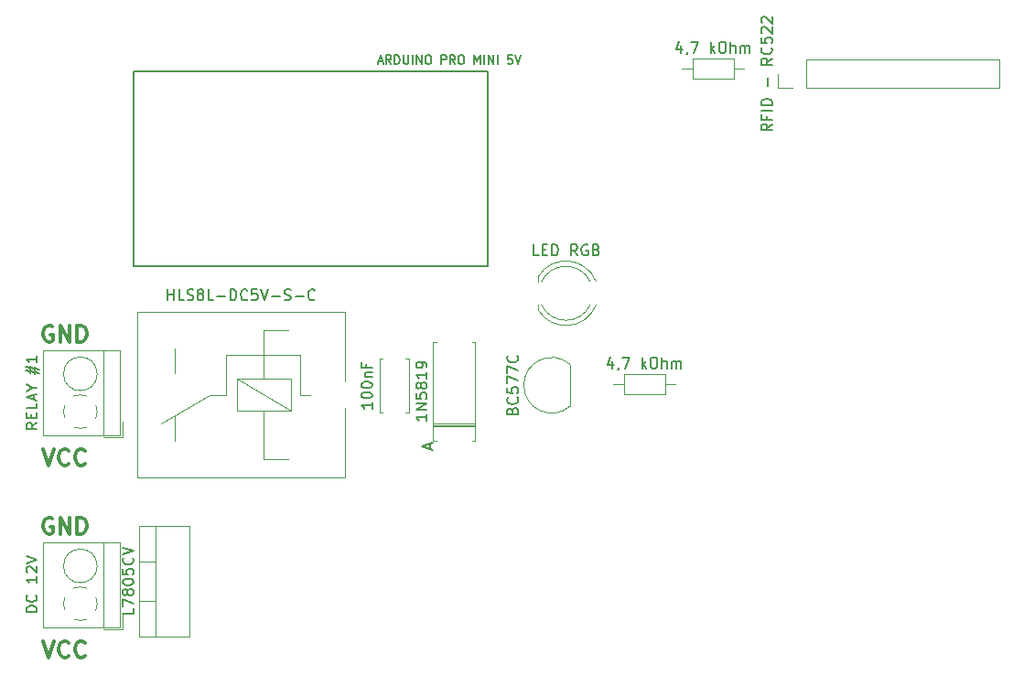
<source format=gbr>
G04 #@! TF.GenerationSoftware,KiCad,Pcbnew,(5.1.6)-1*
G04 #@! TF.CreationDate,2020-06-07T17:55:02+02:00*
G04 #@! TF.ProjectId,BOTLAND-2-KONTROLA-DOSTEPU,424f544c-414e-4442-9d32-2d4b4f4e5452,rev?*
G04 #@! TF.SameCoordinates,Original*
G04 #@! TF.FileFunction,Legend,Top*
G04 #@! TF.FilePolarity,Positive*
%FSLAX46Y46*%
G04 Gerber Fmt 4.6, Leading zero omitted, Abs format (unit mm)*
G04 Created by KiCad (PCBNEW (5.1.6)-1) date 2020-06-07 17:55:02*
%MOMM*%
%LPD*%
G01*
G04 APERTURE LIST*
%ADD10C,0.300000*%
%ADD11C,0.120000*%
%ADD12C,0.150000*%
%ADD13C,0.160000*%
G04 APERTURE END LIST*
D10*
X24670000Y-136338571D02*
X25170000Y-137838571D01*
X25670000Y-136338571D01*
X27027142Y-137695714D02*
X26955714Y-137767142D01*
X26741428Y-137838571D01*
X26598571Y-137838571D01*
X26384285Y-137767142D01*
X26241428Y-137624285D01*
X26170000Y-137481428D01*
X26098571Y-137195714D01*
X26098571Y-136981428D01*
X26170000Y-136695714D01*
X26241428Y-136552857D01*
X26384285Y-136410000D01*
X26598571Y-136338571D01*
X26741428Y-136338571D01*
X26955714Y-136410000D01*
X27027142Y-136481428D01*
X28527142Y-137695714D02*
X28455714Y-137767142D01*
X28241428Y-137838571D01*
X28098571Y-137838571D01*
X27884285Y-137767142D01*
X27741428Y-137624285D01*
X27670000Y-137481428D01*
X27598571Y-137195714D01*
X27598571Y-136981428D01*
X27670000Y-136695714D01*
X27741428Y-136552857D01*
X27884285Y-136410000D01*
X28098571Y-136338571D01*
X28241428Y-136338571D01*
X28455714Y-136410000D01*
X28527142Y-136481428D01*
X25527142Y-124980000D02*
X25384285Y-124908571D01*
X25170000Y-124908571D01*
X24955714Y-124980000D01*
X24812857Y-125122857D01*
X24741428Y-125265714D01*
X24670000Y-125551428D01*
X24670000Y-125765714D01*
X24741428Y-126051428D01*
X24812857Y-126194285D01*
X24955714Y-126337142D01*
X25170000Y-126408571D01*
X25312857Y-126408571D01*
X25527142Y-126337142D01*
X25598571Y-126265714D01*
X25598571Y-125765714D01*
X25312857Y-125765714D01*
X26241428Y-126408571D02*
X26241428Y-124908571D01*
X27098571Y-126408571D01*
X27098571Y-124908571D01*
X27812857Y-126408571D02*
X27812857Y-124908571D01*
X28170000Y-124908571D01*
X28384285Y-124980000D01*
X28527142Y-125122857D01*
X28598571Y-125265714D01*
X28670000Y-125551428D01*
X28670000Y-125765714D01*
X28598571Y-126051428D01*
X28527142Y-126194285D01*
X28384285Y-126337142D01*
X28170000Y-126408571D01*
X27812857Y-126408571D01*
X25527142Y-142760000D02*
X25384285Y-142688571D01*
X25170000Y-142688571D01*
X24955714Y-142760000D01*
X24812857Y-142902857D01*
X24741428Y-143045714D01*
X24670000Y-143331428D01*
X24670000Y-143545714D01*
X24741428Y-143831428D01*
X24812857Y-143974285D01*
X24955714Y-144117142D01*
X25170000Y-144188571D01*
X25312857Y-144188571D01*
X25527142Y-144117142D01*
X25598571Y-144045714D01*
X25598571Y-143545714D01*
X25312857Y-143545714D01*
X26241428Y-144188571D02*
X26241428Y-142688571D01*
X27098571Y-144188571D01*
X27098571Y-142688571D01*
X27812857Y-144188571D02*
X27812857Y-142688571D01*
X28170000Y-142688571D01*
X28384285Y-142760000D01*
X28527142Y-142902857D01*
X28598571Y-143045714D01*
X28670000Y-143331428D01*
X28670000Y-143545714D01*
X28598571Y-143831428D01*
X28527142Y-143974285D01*
X28384285Y-144117142D01*
X28170000Y-144188571D01*
X27812857Y-144188571D01*
X24670000Y-154118571D02*
X25170000Y-155618571D01*
X25670000Y-154118571D01*
X27027142Y-155475714D02*
X26955714Y-155547142D01*
X26741428Y-155618571D01*
X26598571Y-155618571D01*
X26384285Y-155547142D01*
X26241428Y-155404285D01*
X26170000Y-155261428D01*
X26098571Y-154975714D01*
X26098571Y-154761428D01*
X26170000Y-154475714D01*
X26241428Y-154332857D01*
X26384285Y-154190000D01*
X26598571Y-154118571D01*
X26741428Y-154118571D01*
X26955714Y-154190000D01*
X27027142Y-154261428D01*
X28527142Y-155475714D02*
X28455714Y-155547142D01*
X28241428Y-155618571D01*
X28098571Y-155618571D01*
X27884285Y-155547142D01*
X27741428Y-155404285D01*
X27670000Y-155261428D01*
X27598571Y-154975714D01*
X27598571Y-154761428D01*
X27670000Y-154475714D01*
X27741428Y-154332857D01*
X27884285Y-154190000D01*
X28098571Y-154118571D01*
X28241428Y-154118571D01*
X28455714Y-154190000D01*
X28527142Y-154261428D01*
D11*
X89524640Y-101112320D02*
X88574640Y-101112320D01*
X83784640Y-101112320D02*
X84734640Y-101112320D01*
X88574640Y-100192320D02*
X84734640Y-100192320D01*
X88574640Y-102032320D02*
X88574640Y-100192320D01*
X84734640Y-102032320D02*
X88574640Y-102032320D01*
X84734640Y-100192320D02*
X84734640Y-102032320D01*
X92650000Y-102930000D02*
X92650000Y-101600000D01*
X93980000Y-102930000D02*
X92650000Y-102930000D01*
X95250000Y-102930000D02*
X95250000Y-100270000D01*
X95250000Y-100270000D02*
X113090000Y-100270000D01*
X95250000Y-102930000D02*
X113090000Y-102930000D01*
X113090000Y-102930000D02*
X113090000Y-100270000D01*
X70465000Y-123000000D02*
X70465000Y-123465000D01*
X70465000Y-120375000D02*
X70465000Y-120840000D01*
X75279479Y-123000429D02*
G75*
G02*
X70770316Y-123000000I-2254479J1080429D01*
G01*
X75279479Y-120839571D02*
G75*
G03*
X70770316Y-120840000I-2254479J-1080429D01*
G01*
X75812815Y-123000827D02*
G75*
G02*
X70465000Y-123464830I-2787815J1080827D01*
G01*
X75812815Y-120839173D02*
G75*
G03*
X70465000Y-120375170I-2787815J-1080827D01*
G01*
D12*
X65786000Y-119380000D02*
X33020000Y-119380000D01*
X33020000Y-101346000D02*
X65786000Y-101346000D01*
X65786000Y-119380000D02*
X65786000Y-101346000D01*
X33020000Y-101346000D02*
X33020000Y-119380000D01*
D11*
X29657560Y-147157560D02*
G75*
G03*
X29657560Y-147157560I-1555000J0D01*
G01*
X30202560Y-152817560D02*
X30202560Y-144997560D01*
X24642560Y-152817560D02*
X24642560Y-144997560D01*
X31762560Y-152817560D02*
X31762560Y-144997560D01*
X24642560Y-152817560D02*
X31762560Y-152817560D01*
X24642560Y-144997560D02*
X31762560Y-144997560D01*
X30262560Y-153057560D02*
X32002560Y-153057560D01*
X32002560Y-153057560D02*
X32002560Y-151557560D01*
X29658052Y-150630549D02*
G75*
G02*
X29534560Y-151265560I-1555492J-27011D01*
G01*
X28710302Y-152089669D02*
G75*
G02*
X27494560Y-152089560I-607742J1432109D01*
G01*
X26670451Y-151265302D02*
G75*
G02*
X26670560Y-150049560I1432109J607742D01*
G01*
X27494818Y-149225451D02*
G75*
G02*
X28710560Y-149225560I607742J-1432109D01*
G01*
X29533945Y-150049973D02*
G75*
G02*
X29657560Y-150657560I-1431385J-607587D01*
G01*
X33560000Y-146739000D02*
X35070000Y-146739000D01*
X33560000Y-150440000D02*
X35070000Y-150440000D01*
X35070000Y-153710000D02*
X35070000Y-143470000D01*
X33560000Y-143470000D02*
X38201000Y-143470000D01*
X33560000Y-153710000D02*
X38201000Y-153710000D01*
X38201000Y-153710000D02*
X38201000Y-143470000D01*
X33560000Y-153710000D02*
X33560000Y-143470000D01*
X83174640Y-130322320D02*
X82224640Y-130322320D01*
X77434640Y-130322320D02*
X78384640Y-130322320D01*
X82224640Y-129402320D02*
X78384640Y-129402320D01*
X82224640Y-131242320D02*
X82224640Y-129402320D01*
X78384640Y-131242320D02*
X82224640Y-131242320D01*
X78384640Y-129402320D02*
X78384640Y-131242320D01*
X73409280Y-132377880D02*
X73409280Y-128527880D01*
X73399402Y-128489269D02*
G75*
G03*
X73409280Y-132377880I-1690122J-1948611D01*
G01*
X29657560Y-129377560D02*
G75*
G03*
X29657560Y-129377560I-1555000J0D01*
G01*
X30202560Y-135037560D02*
X30202560Y-127217560D01*
X24642560Y-135037560D02*
X24642560Y-127217560D01*
X31762560Y-135037560D02*
X31762560Y-127217560D01*
X24642560Y-135037560D02*
X31762560Y-135037560D01*
X24642560Y-127217560D02*
X31762560Y-127217560D01*
X30262560Y-135277560D02*
X32002560Y-135277560D01*
X32002560Y-135277560D02*
X32002560Y-133777560D01*
X29533945Y-132269973D02*
G75*
G02*
X29657560Y-132877560I-1431385J-607587D01*
G01*
X27494818Y-131445451D02*
G75*
G02*
X28710560Y-131445560I607742J-1432109D01*
G01*
X26670451Y-133485302D02*
G75*
G02*
X26670560Y-132269560I1432109J607742D01*
G01*
X28710302Y-134309669D02*
G75*
G02*
X27494560Y-134309560I-607742J1432109D01*
G01*
X29658052Y-132850549D02*
G75*
G02*
X29534560Y-133485560I-1555492J-27011D01*
G01*
X61037040Y-135557800D02*
X60707040Y-135557800D01*
X60707040Y-135557800D02*
X60707040Y-126417800D01*
X60707040Y-126417800D02*
X61037040Y-126417800D01*
X64317040Y-135557800D02*
X64647040Y-135557800D01*
X64647040Y-135557800D02*
X64647040Y-126417800D01*
X64647040Y-126417800D02*
X64317040Y-126417800D01*
X60707040Y-134102800D02*
X64647040Y-134102800D01*
X60707040Y-133982800D02*
X64647040Y-133982800D01*
X60707040Y-134222800D02*
X64647040Y-134222800D01*
X55769840Y-132944080D02*
X55769840Y-128004080D01*
X58509840Y-132944080D02*
X58509840Y-128004080D01*
X55769840Y-132944080D02*
X56084840Y-132944080D01*
X58194840Y-132944080D02*
X58509840Y-132944080D01*
X55769840Y-128004080D02*
X56084840Y-128004080D01*
X58194840Y-128004080D02*
X58509840Y-128004080D01*
X52559080Y-130107840D02*
X52559080Y-123607840D01*
X52559080Y-139007840D02*
X52559080Y-132507840D01*
X52559080Y-139007840D02*
X33359080Y-139007840D01*
X33359080Y-139007840D02*
X33359080Y-123607840D01*
X33359080Y-123607840D02*
X52559080Y-123607840D01*
X36859080Y-127007840D02*
X36859080Y-129307840D01*
X36859080Y-135607840D02*
X36859080Y-133307840D01*
X47359080Y-125307840D02*
X45059080Y-125307840D01*
X48459080Y-131307840D02*
X49359080Y-131307840D01*
X45059080Y-137307840D02*
X47359080Y-137307840D01*
X41559080Y-131307840D02*
X40059080Y-131307840D01*
X40059080Y-131307840D02*
X35559080Y-134007840D01*
X41559080Y-127607840D02*
X48459080Y-127607840D01*
X41559080Y-131307840D02*
X41559080Y-127607840D01*
X48459080Y-131307840D02*
X48459080Y-127607840D01*
X45059080Y-137307840D02*
X45059080Y-132807840D01*
X45059080Y-129807840D02*
X45059080Y-125307840D01*
X42559080Y-129807840D02*
X47559080Y-132807840D01*
X47559080Y-129807840D02*
X47559080Y-132807840D01*
X47559080Y-132807840D02*
X42559080Y-132807840D01*
X42559080Y-132807840D02*
X42559080Y-129807840D01*
X42559080Y-129807840D02*
X47559080Y-129807840D01*
D12*
X83702259Y-98978034D02*
X83702259Y-99644700D01*
X83464163Y-98597081D02*
X83226068Y-99311367D01*
X83845116Y-99311367D01*
X84273687Y-99597081D02*
X84273687Y-99644700D01*
X84226068Y-99739939D01*
X84178449Y-99787558D01*
X84607020Y-98644700D02*
X85273687Y-98644700D01*
X84845116Y-99644700D01*
X86416544Y-99644700D02*
X86416544Y-98644700D01*
X86511782Y-99263748D02*
X86797497Y-99644700D01*
X86797497Y-98978034D02*
X86416544Y-99358986D01*
X87416544Y-98644700D02*
X87607020Y-98644700D01*
X87702259Y-98692320D01*
X87797497Y-98787558D01*
X87845116Y-98978034D01*
X87845116Y-99311367D01*
X87797497Y-99501843D01*
X87702259Y-99597081D01*
X87607020Y-99644700D01*
X87416544Y-99644700D01*
X87321306Y-99597081D01*
X87226068Y-99501843D01*
X87178449Y-99311367D01*
X87178449Y-98978034D01*
X87226068Y-98787558D01*
X87321306Y-98692320D01*
X87416544Y-98644700D01*
X88273687Y-99644700D02*
X88273687Y-98644700D01*
X88702259Y-99644700D02*
X88702259Y-99120891D01*
X88654640Y-99025653D01*
X88559401Y-98978034D01*
X88416544Y-98978034D01*
X88321306Y-99025653D01*
X88273687Y-99073272D01*
X89178449Y-99644700D02*
X89178449Y-98978034D01*
X89178449Y-99073272D02*
X89226068Y-99025653D01*
X89321306Y-98978034D01*
X89464163Y-98978034D01*
X89559401Y-99025653D01*
X89607020Y-99120891D01*
X89607020Y-99644700D01*
X89607020Y-99120891D02*
X89654640Y-99025653D01*
X89749878Y-98978034D01*
X89892735Y-98978034D01*
X89987973Y-99025653D01*
X90035592Y-99120891D01*
X90035592Y-99644700D01*
X92102380Y-106266666D02*
X91626190Y-106600000D01*
X92102380Y-106838095D02*
X91102380Y-106838095D01*
X91102380Y-106457142D01*
X91150000Y-106361904D01*
X91197619Y-106314285D01*
X91292857Y-106266666D01*
X91435714Y-106266666D01*
X91530952Y-106314285D01*
X91578571Y-106361904D01*
X91626190Y-106457142D01*
X91626190Y-106838095D01*
X91578571Y-105504761D02*
X91578571Y-105838095D01*
X92102380Y-105838095D02*
X91102380Y-105838095D01*
X91102380Y-105361904D01*
X92102380Y-104980952D02*
X91102380Y-104980952D01*
X92102380Y-104504761D02*
X91102380Y-104504761D01*
X91102380Y-104266666D01*
X91150000Y-104123809D01*
X91245238Y-104028571D01*
X91340476Y-103980952D01*
X91530952Y-103933333D01*
X91673809Y-103933333D01*
X91864285Y-103980952D01*
X91959523Y-104028571D01*
X92054761Y-104123809D01*
X92102380Y-104266666D01*
X92102380Y-104504761D01*
X91721428Y-102742857D02*
X91721428Y-101980952D01*
X92102380Y-100171428D02*
X91626190Y-100504761D01*
X92102380Y-100742857D02*
X91102380Y-100742857D01*
X91102380Y-100361904D01*
X91150000Y-100266666D01*
X91197619Y-100219047D01*
X91292857Y-100171428D01*
X91435714Y-100171428D01*
X91530952Y-100219047D01*
X91578571Y-100266666D01*
X91626190Y-100361904D01*
X91626190Y-100742857D01*
X92007142Y-99171428D02*
X92054761Y-99219047D01*
X92102380Y-99361904D01*
X92102380Y-99457142D01*
X92054761Y-99600000D01*
X91959523Y-99695238D01*
X91864285Y-99742857D01*
X91673809Y-99790476D01*
X91530952Y-99790476D01*
X91340476Y-99742857D01*
X91245238Y-99695238D01*
X91150000Y-99600000D01*
X91102380Y-99457142D01*
X91102380Y-99361904D01*
X91150000Y-99219047D01*
X91197619Y-99171428D01*
X91102380Y-98266666D02*
X91102380Y-98742857D01*
X91578571Y-98790476D01*
X91530952Y-98742857D01*
X91483333Y-98647619D01*
X91483333Y-98409523D01*
X91530952Y-98314285D01*
X91578571Y-98266666D01*
X91673809Y-98219047D01*
X91911904Y-98219047D01*
X92007142Y-98266666D01*
X92054761Y-98314285D01*
X92102380Y-98409523D01*
X92102380Y-98647619D01*
X92054761Y-98742857D01*
X92007142Y-98790476D01*
X91197619Y-97838095D02*
X91150000Y-97790476D01*
X91102380Y-97695238D01*
X91102380Y-97457142D01*
X91150000Y-97361904D01*
X91197619Y-97314285D01*
X91292857Y-97266666D01*
X91388095Y-97266666D01*
X91530952Y-97314285D01*
X92102380Y-97885714D01*
X92102380Y-97266666D01*
X91197619Y-96885714D02*
X91150000Y-96838095D01*
X91102380Y-96742857D01*
X91102380Y-96504761D01*
X91150000Y-96409523D01*
X91197619Y-96361904D01*
X91292857Y-96314285D01*
X91388095Y-96314285D01*
X91530952Y-96361904D01*
X92102380Y-96933333D01*
X92102380Y-96314285D01*
X70501190Y-118412380D02*
X70025000Y-118412380D01*
X70025000Y-117412380D01*
X70834523Y-117888571D02*
X71167857Y-117888571D01*
X71310714Y-118412380D02*
X70834523Y-118412380D01*
X70834523Y-117412380D01*
X71310714Y-117412380D01*
X71739285Y-118412380D02*
X71739285Y-117412380D01*
X71977380Y-117412380D01*
X72120238Y-117460000D01*
X72215476Y-117555238D01*
X72263095Y-117650476D01*
X72310714Y-117840952D01*
X72310714Y-117983809D01*
X72263095Y-118174285D01*
X72215476Y-118269523D01*
X72120238Y-118364761D01*
X71977380Y-118412380D01*
X71739285Y-118412380D01*
X74072619Y-118412380D02*
X73739285Y-117936190D01*
X73501190Y-118412380D02*
X73501190Y-117412380D01*
X73882142Y-117412380D01*
X73977380Y-117460000D01*
X74025000Y-117507619D01*
X74072619Y-117602857D01*
X74072619Y-117745714D01*
X74025000Y-117840952D01*
X73977380Y-117888571D01*
X73882142Y-117936190D01*
X73501190Y-117936190D01*
X75025000Y-117460000D02*
X74929761Y-117412380D01*
X74786904Y-117412380D01*
X74644047Y-117460000D01*
X74548809Y-117555238D01*
X74501190Y-117650476D01*
X74453571Y-117840952D01*
X74453571Y-117983809D01*
X74501190Y-118174285D01*
X74548809Y-118269523D01*
X74644047Y-118364761D01*
X74786904Y-118412380D01*
X74882142Y-118412380D01*
X75025000Y-118364761D01*
X75072619Y-118317142D01*
X75072619Y-117983809D01*
X74882142Y-117983809D01*
X75834523Y-117888571D02*
X75977380Y-117936190D01*
X76025000Y-117983809D01*
X76072619Y-118079047D01*
X76072619Y-118221904D01*
X76025000Y-118317142D01*
X75977380Y-118364761D01*
X75882142Y-118412380D01*
X75501190Y-118412380D01*
X75501190Y-117412380D01*
X75834523Y-117412380D01*
X75929761Y-117460000D01*
X75977380Y-117507619D01*
X76025000Y-117602857D01*
X76025000Y-117698095D01*
X75977380Y-117793333D01*
X75929761Y-117840952D01*
X75834523Y-117888571D01*
X75501190Y-117888571D01*
D13*
X55677619Y-100463333D02*
X56058571Y-100463333D01*
X55601428Y-100691904D02*
X55868095Y-99891904D01*
X56134761Y-100691904D01*
X56858571Y-100691904D02*
X56591904Y-100310952D01*
X56401428Y-100691904D02*
X56401428Y-99891904D01*
X56706190Y-99891904D01*
X56782380Y-99930000D01*
X56820476Y-99968095D01*
X56858571Y-100044285D01*
X56858571Y-100158571D01*
X56820476Y-100234761D01*
X56782380Y-100272857D01*
X56706190Y-100310952D01*
X56401428Y-100310952D01*
X57201428Y-100691904D02*
X57201428Y-99891904D01*
X57391904Y-99891904D01*
X57506190Y-99930000D01*
X57582380Y-100006190D01*
X57620476Y-100082380D01*
X57658571Y-100234761D01*
X57658571Y-100349047D01*
X57620476Y-100501428D01*
X57582380Y-100577619D01*
X57506190Y-100653809D01*
X57391904Y-100691904D01*
X57201428Y-100691904D01*
X58001428Y-99891904D02*
X58001428Y-100539523D01*
X58039523Y-100615714D01*
X58077619Y-100653809D01*
X58153809Y-100691904D01*
X58306190Y-100691904D01*
X58382380Y-100653809D01*
X58420476Y-100615714D01*
X58458571Y-100539523D01*
X58458571Y-99891904D01*
X58839523Y-100691904D02*
X58839523Y-99891904D01*
X59220476Y-100691904D02*
X59220476Y-99891904D01*
X59677619Y-100691904D01*
X59677619Y-99891904D01*
X60210952Y-99891904D02*
X60363333Y-99891904D01*
X60439523Y-99930000D01*
X60515714Y-100006190D01*
X60553809Y-100158571D01*
X60553809Y-100425238D01*
X60515714Y-100577619D01*
X60439523Y-100653809D01*
X60363333Y-100691904D01*
X60210952Y-100691904D01*
X60134761Y-100653809D01*
X60058571Y-100577619D01*
X60020476Y-100425238D01*
X60020476Y-100158571D01*
X60058571Y-100006190D01*
X60134761Y-99930000D01*
X60210952Y-99891904D01*
X61506190Y-100691904D02*
X61506190Y-99891904D01*
X61810952Y-99891904D01*
X61887142Y-99930000D01*
X61925238Y-99968095D01*
X61963333Y-100044285D01*
X61963333Y-100158571D01*
X61925238Y-100234761D01*
X61887142Y-100272857D01*
X61810952Y-100310952D01*
X61506190Y-100310952D01*
X62763333Y-100691904D02*
X62496666Y-100310952D01*
X62306190Y-100691904D02*
X62306190Y-99891904D01*
X62610952Y-99891904D01*
X62687142Y-99930000D01*
X62725238Y-99968095D01*
X62763333Y-100044285D01*
X62763333Y-100158571D01*
X62725238Y-100234761D01*
X62687142Y-100272857D01*
X62610952Y-100310952D01*
X62306190Y-100310952D01*
X63258571Y-99891904D02*
X63410952Y-99891904D01*
X63487142Y-99930000D01*
X63563333Y-100006190D01*
X63601428Y-100158571D01*
X63601428Y-100425238D01*
X63563333Y-100577619D01*
X63487142Y-100653809D01*
X63410952Y-100691904D01*
X63258571Y-100691904D01*
X63182380Y-100653809D01*
X63106190Y-100577619D01*
X63068095Y-100425238D01*
X63068095Y-100158571D01*
X63106190Y-100006190D01*
X63182380Y-99930000D01*
X63258571Y-99891904D01*
X64553809Y-100691904D02*
X64553809Y-99891904D01*
X64820476Y-100463333D01*
X65087142Y-99891904D01*
X65087142Y-100691904D01*
X65468095Y-100691904D02*
X65468095Y-99891904D01*
X65849047Y-100691904D02*
X65849047Y-99891904D01*
X66306190Y-100691904D01*
X66306190Y-99891904D01*
X66687142Y-100691904D02*
X66687142Y-99891904D01*
X68058571Y-99891904D02*
X67677619Y-99891904D01*
X67639523Y-100272857D01*
X67677619Y-100234761D01*
X67753809Y-100196666D01*
X67944285Y-100196666D01*
X68020476Y-100234761D01*
X68058571Y-100272857D01*
X68096666Y-100349047D01*
X68096666Y-100539523D01*
X68058571Y-100615714D01*
X68020476Y-100653809D01*
X67944285Y-100691904D01*
X67753809Y-100691904D01*
X67677619Y-100653809D01*
X67639523Y-100615714D01*
X68325238Y-99891904D02*
X68591904Y-100691904D01*
X68858571Y-99891904D01*
D12*
X24094940Y-151431369D02*
X23094940Y-151431369D01*
X23094940Y-151193274D01*
X23142560Y-151050417D01*
X23237798Y-150955179D01*
X23333036Y-150907560D01*
X23523512Y-150859940D01*
X23666369Y-150859940D01*
X23856845Y-150907560D01*
X23952083Y-150955179D01*
X24047321Y-151050417D01*
X24094940Y-151193274D01*
X24094940Y-151431369D01*
X23999702Y-149859940D02*
X24047321Y-149907560D01*
X24094940Y-150050417D01*
X24094940Y-150145655D01*
X24047321Y-150288512D01*
X23952083Y-150383750D01*
X23856845Y-150431369D01*
X23666369Y-150478988D01*
X23523512Y-150478988D01*
X23333036Y-150431369D01*
X23237798Y-150383750D01*
X23142560Y-150288512D01*
X23094940Y-150145655D01*
X23094940Y-150050417D01*
X23142560Y-149907560D01*
X23190179Y-149859940D01*
X24094940Y-148145655D02*
X24094940Y-148717083D01*
X24094940Y-148431369D02*
X23094940Y-148431369D01*
X23237798Y-148526607D01*
X23333036Y-148621845D01*
X23380655Y-148717083D01*
X23190179Y-147764702D02*
X23142560Y-147717083D01*
X23094940Y-147621845D01*
X23094940Y-147383750D01*
X23142560Y-147288512D01*
X23190179Y-147240893D01*
X23285417Y-147193274D01*
X23380655Y-147193274D01*
X23523512Y-147240893D01*
X24094940Y-147812321D01*
X24094940Y-147193274D01*
X23094940Y-146907560D02*
X24094940Y-146574226D01*
X23094940Y-146240893D01*
X33012380Y-151113809D02*
X33012380Y-151590000D01*
X32012380Y-151590000D01*
X32012380Y-150875714D02*
X32012380Y-150209047D01*
X33012380Y-150637619D01*
X32440952Y-149685238D02*
X32393333Y-149780476D01*
X32345714Y-149828095D01*
X32250476Y-149875714D01*
X32202857Y-149875714D01*
X32107619Y-149828095D01*
X32060000Y-149780476D01*
X32012380Y-149685238D01*
X32012380Y-149494761D01*
X32060000Y-149399523D01*
X32107619Y-149351904D01*
X32202857Y-149304285D01*
X32250476Y-149304285D01*
X32345714Y-149351904D01*
X32393333Y-149399523D01*
X32440952Y-149494761D01*
X32440952Y-149685238D01*
X32488571Y-149780476D01*
X32536190Y-149828095D01*
X32631428Y-149875714D01*
X32821904Y-149875714D01*
X32917142Y-149828095D01*
X32964761Y-149780476D01*
X33012380Y-149685238D01*
X33012380Y-149494761D01*
X32964761Y-149399523D01*
X32917142Y-149351904D01*
X32821904Y-149304285D01*
X32631428Y-149304285D01*
X32536190Y-149351904D01*
X32488571Y-149399523D01*
X32440952Y-149494761D01*
X32012380Y-148685238D02*
X32012380Y-148590000D01*
X32060000Y-148494761D01*
X32107619Y-148447142D01*
X32202857Y-148399523D01*
X32393333Y-148351904D01*
X32631428Y-148351904D01*
X32821904Y-148399523D01*
X32917142Y-148447142D01*
X32964761Y-148494761D01*
X33012380Y-148590000D01*
X33012380Y-148685238D01*
X32964761Y-148780476D01*
X32917142Y-148828095D01*
X32821904Y-148875714D01*
X32631428Y-148923333D01*
X32393333Y-148923333D01*
X32202857Y-148875714D01*
X32107619Y-148828095D01*
X32060000Y-148780476D01*
X32012380Y-148685238D01*
X32012380Y-147447142D02*
X32012380Y-147923333D01*
X32488571Y-147970952D01*
X32440952Y-147923333D01*
X32393333Y-147828095D01*
X32393333Y-147590000D01*
X32440952Y-147494761D01*
X32488571Y-147447142D01*
X32583809Y-147399523D01*
X32821904Y-147399523D01*
X32917142Y-147447142D01*
X32964761Y-147494761D01*
X33012380Y-147590000D01*
X33012380Y-147828095D01*
X32964761Y-147923333D01*
X32917142Y-147970952D01*
X32917142Y-146399523D02*
X32964761Y-146447142D01*
X33012380Y-146590000D01*
X33012380Y-146685238D01*
X32964761Y-146828095D01*
X32869523Y-146923333D01*
X32774285Y-146970952D01*
X32583809Y-147018571D01*
X32440952Y-147018571D01*
X32250476Y-146970952D01*
X32155238Y-146923333D01*
X32060000Y-146828095D01*
X32012380Y-146685238D01*
X32012380Y-146590000D01*
X32060000Y-146447142D01*
X32107619Y-146399523D01*
X32012380Y-146113809D02*
X33012380Y-145780476D01*
X32012380Y-145447142D01*
X77352259Y-128188034D02*
X77352259Y-128854700D01*
X77114163Y-127807081D02*
X76876068Y-128521367D01*
X77495116Y-128521367D01*
X77923687Y-128807081D02*
X77923687Y-128854700D01*
X77876068Y-128949939D01*
X77828449Y-128997558D01*
X78257020Y-127854700D02*
X78923687Y-127854700D01*
X78495116Y-128854700D01*
X80066544Y-128854700D02*
X80066544Y-127854700D01*
X80161782Y-128473748D02*
X80447497Y-128854700D01*
X80447497Y-128188034D02*
X80066544Y-128568986D01*
X81066544Y-127854700D02*
X81257020Y-127854700D01*
X81352259Y-127902320D01*
X81447497Y-127997558D01*
X81495116Y-128188034D01*
X81495116Y-128521367D01*
X81447497Y-128711843D01*
X81352259Y-128807081D01*
X81257020Y-128854700D01*
X81066544Y-128854700D01*
X80971306Y-128807081D01*
X80876068Y-128711843D01*
X80828449Y-128521367D01*
X80828449Y-128188034D01*
X80876068Y-127997558D01*
X80971306Y-127902320D01*
X81066544Y-127854700D01*
X81923687Y-128854700D02*
X81923687Y-127854700D01*
X82352259Y-128854700D02*
X82352259Y-128330891D01*
X82304640Y-128235653D01*
X82209401Y-128188034D01*
X82066544Y-128188034D01*
X81971306Y-128235653D01*
X81923687Y-128283272D01*
X82828449Y-128854700D02*
X82828449Y-128188034D01*
X82828449Y-128283272D02*
X82876068Y-128235653D01*
X82971306Y-128188034D01*
X83114163Y-128188034D01*
X83209401Y-128235653D01*
X83257020Y-128330891D01*
X83257020Y-128854700D01*
X83257020Y-128330891D02*
X83304640Y-128235653D01*
X83399878Y-128188034D01*
X83542735Y-128188034D01*
X83637973Y-128235653D01*
X83685592Y-128330891D01*
X83685592Y-128854700D01*
X68077851Y-132795022D02*
X68125470Y-132652165D01*
X68173089Y-132604546D01*
X68268327Y-132556927D01*
X68411184Y-132556927D01*
X68506422Y-132604546D01*
X68554041Y-132652165D01*
X68601660Y-132747403D01*
X68601660Y-133128356D01*
X67601660Y-133128356D01*
X67601660Y-132795022D01*
X67649280Y-132699784D01*
X67696899Y-132652165D01*
X67792137Y-132604546D01*
X67887375Y-132604546D01*
X67982613Y-132652165D01*
X68030232Y-132699784D01*
X68077851Y-132795022D01*
X68077851Y-133128356D01*
X68506422Y-131556927D02*
X68554041Y-131604546D01*
X68601660Y-131747403D01*
X68601660Y-131842641D01*
X68554041Y-131985499D01*
X68458803Y-132080737D01*
X68363565Y-132128356D01*
X68173089Y-132175975D01*
X68030232Y-132175975D01*
X67839756Y-132128356D01*
X67744518Y-132080737D01*
X67649280Y-131985499D01*
X67601660Y-131842641D01*
X67601660Y-131747403D01*
X67649280Y-131604546D01*
X67696899Y-131556927D01*
X67601660Y-130652165D02*
X67601660Y-131128356D01*
X68077851Y-131175975D01*
X68030232Y-131128356D01*
X67982613Y-131033118D01*
X67982613Y-130795022D01*
X68030232Y-130699784D01*
X68077851Y-130652165D01*
X68173089Y-130604546D01*
X68411184Y-130604546D01*
X68506422Y-130652165D01*
X68554041Y-130699784D01*
X68601660Y-130795022D01*
X68601660Y-131033118D01*
X68554041Y-131128356D01*
X68506422Y-131175975D01*
X67601660Y-130271213D02*
X67601660Y-129604546D01*
X68601660Y-130033118D01*
X67601660Y-129318832D02*
X67601660Y-128652165D01*
X68601660Y-129080737D01*
X68506422Y-127699784D02*
X68554041Y-127747403D01*
X68601660Y-127890260D01*
X68601660Y-127985499D01*
X68554041Y-128128356D01*
X68458803Y-128223594D01*
X68363565Y-128271213D01*
X68173089Y-128318832D01*
X68030232Y-128318832D01*
X67839756Y-128271213D01*
X67744518Y-128223594D01*
X67649280Y-128128356D01*
X67601660Y-127985499D01*
X67601660Y-127890260D01*
X67649280Y-127747403D01*
X67696899Y-127699784D01*
X24094940Y-133889464D02*
X23618750Y-134222798D01*
X24094940Y-134460893D02*
X23094940Y-134460893D01*
X23094940Y-134079940D01*
X23142560Y-133984702D01*
X23190179Y-133937083D01*
X23285417Y-133889464D01*
X23428274Y-133889464D01*
X23523512Y-133937083D01*
X23571131Y-133984702D01*
X23618750Y-134079940D01*
X23618750Y-134460893D01*
X23571131Y-133460893D02*
X23571131Y-133127560D01*
X24094940Y-132984702D02*
X24094940Y-133460893D01*
X23094940Y-133460893D01*
X23094940Y-132984702D01*
X24094940Y-132079940D02*
X24094940Y-132556131D01*
X23094940Y-132556131D01*
X23809226Y-131794226D02*
X23809226Y-131318036D01*
X24094940Y-131889464D02*
X23094940Y-131556131D01*
X24094940Y-131222798D01*
X23618750Y-130698988D02*
X24094940Y-130698988D01*
X23094940Y-131032321D02*
X23618750Y-130698988D01*
X23094940Y-130365655D01*
X23428274Y-129318036D02*
X23428274Y-128603750D01*
X22999702Y-129032321D02*
X24285417Y-129318036D01*
X23856845Y-128698988D02*
X23856845Y-129413274D01*
X24285417Y-128984702D02*
X22999702Y-128698988D01*
X24094940Y-127746607D02*
X24094940Y-128318036D01*
X24094940Y-128032321D02*
X23094940Y-128032321D01*
X23237798Y-128127560D01*
X23333036Y-128222798D01*
X23380655Y-128318036D01*
X60159420Y-133130657D02*
X60159420Y-133702085D01*
X60159420Y-133416371D02*
X59159420Y-133416371D01*
X59302278Y-133511609D01*
X59397516Y-133606847D01*
X59445135Y-133702085D01*
X60159420Y-132702085D02*
X59159420Y-132702085D01*
X60159420Y-132130657D01*
X59159420Y-132130657D01*
X59159420Y-131178276D02*
X59159420Y-131654466D01*
X59635611Y-131702085D01*
X59587992Y-131654466D01*
X59540373Y-131559228D01*
X59540373Y-131321133D01*
X59587992Y-131225895D01*
X59635611Y-131178276D01*
X59730849Y-131130657D01*
X59968944Y-131130657D01*
X60064182Y-131178276D01*
X60111801Y-131225895D01*
X60159420Y-131321133D01*
X60159420Y-131559228D01*
X60111801Y-131654466D01*
X60064182Y-131702085D01*
X59587992Y-130559228D02*
X59540373Y-130654466D01*
X59492754Y-130702085D01*
X59397516Y-130749704D01*
X59349897Y-130749704D01*
X59254659Y-130702085D01*
X59207040Y-130654466D01*
X59159420Y-130559228D01*
X59159420Y-130368752D01*
X59207040Y-130273514D01*
X59254659Y-130225895D01*
X59349897Y-130178276D01*
X59397516Y-130178276D01*
X59492754Y-130225895D01*
X59540373Y-130273514D01*
X59587992Y-130368752D01*
X59587992Y-130559228D01*
X59635611Y-130654466D01*
X59683230Y-130702085D01*
X59778468Y-130749704D01*
X59968944Y-130749704D01*
X60064182Y-130702085D01*
X60111801Y-130654466D01*
X60159420Y-130559228D01*
X60159420Y-130368752D01*
X60111801Y-130273514D01*
X60064182Y-130225895D01*
X59968944Y-130178276D01*
X59778468Y-130178276D01*
X59683230Y-130225895D01*
X59635611Y-130273514D01*
X59587992Y-130368752D01*
X60159420Y-129225895D02*
X60159420Y-129797323D01*
X60159420Y-129511609D02*
X59159420Y-129511609D01*
X59302278Y-129606847D01*
X59397516Y-129702085D01*
X59445135Y-129797323D01*
X60159420Y-128749704D02*
X60159420Y-128559228D01*
X60111801Y-128463990D01*
X60064182Y-128416371D01*
X59921325Y-128321133D01*
X59730849Y-128273514D01*
X59349897Y-128273514D01*
X59254659Y-128321133D01*
X59207040Y-128368752D01*
X59159420Y-128463990D01*
X59159420Y-128654466D01*
X59207040Y-128749704D01*
X59254659Y-128797323D01*
X59349897Y-128844942D01*
X59587992Y-128844942D01*
X59683230Y-128797323D01*
X59730849Y-128749704D01*
X59778468Y-128654466D01*
X59778468Y-128463990D01*
X59730849Y-128368752D01*
X59683230Y-128321133D01*
X59587992Y-128273514D01*
X60443706Y-136305895D02*
X60443706Y-135829704D01*
X60729420Y-136401133D02*
X59729420Y-136067800D01*
X60729420Y-135734466D01*
X55092220Y-132021699D02*
X55092220Y-132593127D01*
X55092220Y-132307413D02*
X54092220Y-132307413D01*
X54235078Y-132402651D01*
X54330316Y-132497889D01*
X54377935Y-132593127D01*
X54092220Y-131402651D02*
X54092220Y-131307413D01*
X54139840Y-131212175D01*
X54187459Y-131164556D01*
X54282697Y-131116937D01*
X54473173Y-131069318D01*
X54711268Y-131069318D01*
X54901744Y-131116937D01*
X54996982Y-131164556D01*
X55044601Y-131212175D01*
X55092220Y-131307413D01*
X55092220Y-131402651D01*
X55044601Y-131497889D01*
X54996982Y-131545508D01*
X54901744Y-131593127D01*
X54711268Y-131640746D01*
X54473173Y-131640746D01*
X54282697Y-131593127D01*
X54187459Y-131545508D01*
X54139840Y-131497889D01*
X54092220Y-131402651D01*
X54092220Y-130450270D02*
X54092220Y-130355032D01*
X54139840Y-130259794D01*
X54187459Y-130212175D01*
X54282697Y-130164556D01*
X54473173Y-130116937D01*
X54711268Y-130116937D01*
X54901744Y-130164556D01*
X54996982Y-130212175D01*
X55044601Y-130259794D01*
X55092220Y-130355032D01*
X55092220Y-130450270D01*
X55044601Y-130545508D01*
X54996982Y-130593127D01*
X54901744Y-130640746D01*
X54711268Y-130688365D01*
X54473173Y-130688365D01*
X54282697Y-130640746D01*
X54187459Y-130593127D01*
X54139840Y-130545508D01*
X54092220Y-130450270D01*
X54425554Y-129688365D02*
X55092220Y-129688365D01*
X54520792Y-129688365D02*
X54473173Y-129640746D01*
X54425554Y-129545508D01*
X54425554Y-129402651D01*
X54473173Y-129307413D01*
X54568411Y-129259794D01*
X55092220Y-129259794D01*
X54568411Y-128450270D02*
X54568411Y-128783603D01*
X55092220Y-128783603D02*
X54092220Y-128783603D01*
X54092220Y-128307413D01*
X36173365Y-122560220D02*
X36173365Y-121560220D01*
X36173365Y-122036411D02*
X36744794Y-122036411D01*
X36744794Y-122560220D02*
X36744794Y-121560220D01*
X37697175Y-122560220D02*
X37220984Y-122560220D01*
X37220984Y-121560220D01*
X37982889Y-122512601D02*
X38125746Y-122560220D01*
X38363841Y-122560220D01*
X38459080Y-122512601D01*
X38506699Y-122464982D01*
X38554318Y-122369744D01*
X38554318Y-122274506D01*
X38506699Y-122179268D01*
X38459080Y-122131649D01*
X38363841Y-122084030D01*
X38173365Y-122036411D01*
X38078127Y-121988792D01*
X38030508Y-121941173D01*
X37982889Y-121845935D01*
X37982889Y-121750697D01*
X38030508Y-121655459D01*
X38078127Y-121607840D01*
X38173365Y-121560220D01*
X38411460Y-121560220D01*
X38554318Y-121607840D01*
X39125746Y-121988792D02*
X39030508Y-121941173D01*
X38982889Y-121893554D01*
X38935270Y-121798316D01*
X38935270Y-121750697D01*
X38982889Y-121655459D01*
X39030508Y-121607840D01*
X39125746Y-121560220D01*
X39316222Y-121560220D01*
X39411460Y-121607840D01*
X39459080Y-121655459D01*
X39506699Y-121750697D01*
X39506699Y-121798316D01*
X39459080Y-121893554D01*
X39411460Y-121941173D01*
X39316222Y-121988792D01*
X39125746Y-121988792D01*
X39030508Y-122036411D01*
X38982889Y-122084030D01*
X38935270Y-122179268D01*
X38935270Y-122369744D01*
X38982889Y-122464982D01*
X39030508Y-122512601D01*
X39125746Y-122560220D01*
X39316222Y-122560220D01*
X39411460Y-122512601D01*
X39459080Y-122464982D01*
X39506699Y-122369744D01*
X39506699Y-122179268D01*
X39459080Y-122084030D01*
X39411460Y-122036411D01*
X39316222Y-121988792D01*
X40411460Y-122560220D02*
X39935270Y-122560220D01*
X39935270Y-121560220D01*
X40744794Y-122179268D02*
X41506699Y-122179268D01*
X41982889Y-122560220D02*
X41982889Y-121560220D01*
X42220984Y-121560220D01*
X42363841Y-121607840D01*
X42459080Y-121703078D01*
X42506699Y-121798316D01*
X42554318Y-121988792D01*
X42554318Y-122131649D01*
X42506699Y-122322125D01*
X42459080Y-122417363D01*
X42363841Y-122512601D01*
X42220984Y-122560220D01*
X41982889Y-122560220D01*
X43554318Y-122464982D02*
X43506699Y-122512601D01*
X43363841Y-122560220D01*
X43268603Y-122560220D01*
X43125746Y-122512601D01*
X43030508Y-122417363D01*
X42982889Y-122322125D01*
X42935270Y-122131649D01*
X42935270Y-121988792D01*
X42982889Y-121798316D01*
X43030508Y-121703078D01*
X43125746Y-121607840D01*
X43268603Y-121560220D01*
X43363841Y-121560220D01*
X43506699Y-121607840D01*
X43554318Y-121655459D01*
X44459080Y-121560220D02*
X43982889Y-121560220D01*
X43935270Y-122036411D01*
X43982889Y-121988792D01*
X44078127Y-121941173D01*
X44316222Y-121941173D01*
X44411460Y-121988792D01*
X44459080Y-122036411D01*
X44506699Y-122131649D01*
X44506699Y-122369744D01*
X44459080Y-122464982D01*
X44411460Y-122512601D01*
X44316222Y-122560220D01*
X44078127Y-122560220D01*
X43982889Y-122512601D01*
X43935270Y-122464982D01*
X44792413Y-121560220D02*
X45125746Y-122560220D01*
X45459080Y-121560220D01*
X45792413Y-122179268D02*
X46554318Y-122179268D01*
X46982889Y-122512601D02*
X47125746Y-122560220D01*
X47363841Y-122560220D01*
X47459080Y-122512601D01*
X47506699Y-122464982D01*
X47554318Y-122369744D01*
X47554318Y-122274506D01*
X47506699Y-122179268D01*
X47459080Y-122131649D01*
X47363841Y-122084030D01*
X47173365Y-122036411D01*
X47078127Y-121988792D01*
X47030508Y-121941173D01*
X46982889Y-121845935D01*
X46982889Y-121750697D01*
X47030508Y-121655459D01*
X47078127Y-121607840D01*
X47173365Y-121560220D01*
X47411460Y-121560220D01*
X47554318Y-121607840D01*
X47982889Y-122179268D02*
X48744794Y-122179268D01*
X49792413Y-122464982D02*
X49744794Y-122512601D01*
X49601937Y-122560220D01*
X49506699Y-122560220D01*
X49363841Y-122512601D01*
X49268603Y-122417363D01*
X49220984Y-122322125D01*
X49173365Y-122131649D01*
X49173365Y-121988792D01*
X49220984Y-121798316D01*
X49268603Y-121703078D01*
X49363841Y-121607840D01*
X49506699Y-121560220D01*
X49601937Y-121560220D01*
X49744794Y-121607840D01*
X49792413Y-121655459D01*
M02*

</source>
